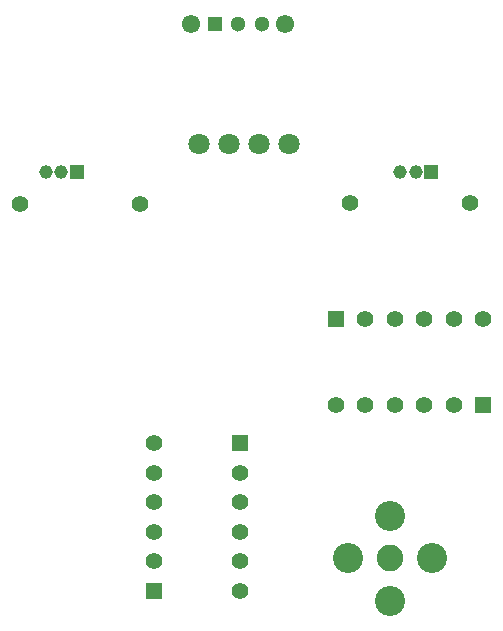
<source format=gbr>
%TF.GenerationSoftware,Altium Limited,Altium Designer,23.3.1 (30)*%
G04 Layer_Color=255*
%FSLAX45Y45*%
%MOMM*%
%TF.SameCoordinates,3FCD108A-851F-4062-9BED-621BEB009867*%
%TF.FilePolarity,Positive*%
%TF.FileFunction,Pads,Bot*%
%TF.Part,Single*%
G01*
G75*
%TA.AperFunction,ComponentPad*%
%ADD22C,1.80000*%
%ADD23C,1.40000*%
%ADD24C,1.55000*%
%ADD25C,1.30000*%
%ADD26R,1.30000X1.30000*%
%ADD27R,1.40000X1.40000*%
%ADD28R,1.40000X1.40000*%
%ADD29C,2.25000*%
%ADD30C,2.55000*%
%ADD31R,1.15000X1.15000*%
%ADD32C,1.15000*%
D22*
X5359400Y5466574D02*
D03*
X5105400D02*
D03*
X4851400Y5466574D02*
D03*
X4597400Y5466574D02*
D03*
D23*
X5880100Y4965700D02*
D03*
X6896100D02*
D03*
X3086100Y4953000D02*
D03*
X4102100D02*
D03*
X4943691Y2680484D02*
D03*
Y2430484D02*
D03*
Y2180484D02*
D03*
Y1930484D02*
D03*
Y1680484D02*
D03*
X4221375Y1930485D02*
D03*
X4221376Y2180484D02*
D03*
Y2430484D02*
D03*
Y2680484D02*
D03*
Y2930484D02*
D03*
X6006316Y3978491D02*
D03*
X6256316D02*
D03*
X6506316D02*
D03*
X6756316Y3978490D02*
D03*
X7006316Y3978491D02*
D03*
X6756315Y3256175D02*
D03*
X6506316Y3256176D02*
D03*
X6256316Y3256175D02*
D03*
X6006316Y3256176D02*
D03*
X5756316Y3256176D02*
D03*
D24*
X5330799Y6477001D02*
D03*
X4530800Y6477000D02*
D03*
D25*
X5130800Y6477000D02*
D03*
X4930800Y6477000D02*
D03*
D26*
X4730800D02*
D03*
D27*
X4943691Y2930484D02*
D03*
X4221376Y1680484D02*
D03*
D28*
X5756316Y3978491D02*
D03*
X7006316Y3256175D02*
D03*
D29*
X6216614Y1954349D02*
D03*
D30*
X5857403Y1954349D02*
D03*
X6216615Y1595138D02*
D03*
X6575826Y1954347D02*
D03*
X6216615Y2313559D02*
D03*
D31*
X3563379Y5223363D02*
D03*
X6563379D02*
D03*
D32*
X3433379Y5223363D02*
D03*
X3303379D02*
D03*
X6303380D02*
D03*
X6433379Y5223363D02*
D03*
%TF.MD5,58be4d9664046568333ce627c102727a*%
M02*

</source>
